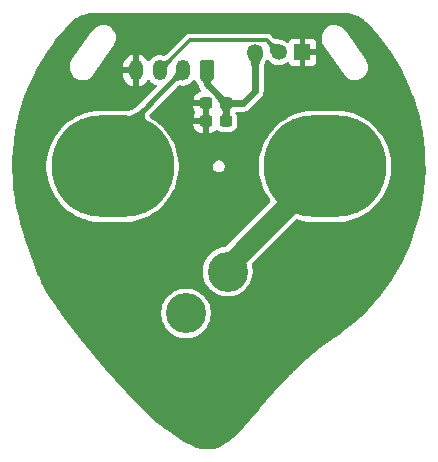
<source format=gbr>
%TF.GenerationSoftware,KiCad,Pcbnew,9.0.6*%
%TF.CreationDate,2025-11-20T15:49:29+01:00*%
%TF.ProjectId,N57__ldruckanzeige_Sensor,4e35375f-d66c-4647-9275-636b616e7a65,rev?*%
%TF.SameCoordinates,Original*%
%TF.FileFunction,Copper,L1,Top*%
%TF.FilePolarity,Positive*%
%FSLAX46Y46*%
G04 Gerber Fmt 4.6, Leading zero omitted, Abs format (unit mm)*
G04 Created by KiCad (PCBNEW 9.0.6) date 2025-11-20 15:49:29*
%MOMM*%
%LPD*%
G01*
G04 APERTURE LIST*
G04 Aperture macros list*
%AMRoundRect*
0 Rectangle with rounded corners*
0 $1 Rounding radius*
0 $2 $3 $4 $5 $6 $7 $8 $9 X,Y pos of 4 corners*
0 Add a 4 corners polygon primitive as box body*
4,1,4,$2,$3,$4,$5,$6,$7,$8,$9,$2,$3,0*
0 Add four circle primitives for the rounded corners*
1,1,$1+$1,$2,$3*
1,1,$1+$1,$4,$5*
1,1,$1+$1,$6,$7*
1,1,$1+$1,$8,$9*
0 Add four rect primitives between the rounded corners*
20,1,$1+$1,$2,$3,$4,$5,0*
20,1,$1+$1,$4,$5,$6,$7,0*
20,1,$1+$1,$6,$7,$8,$9,0*
20,1,$1+$1,$8,$9,$2,$3,0*%
G04 Aperture macros list end*
%TA.AperFunction,ComponentPad*%
%ADD10O,10.400000X8.600000*%
%TD*%
%TA.AperFunction,ComponentPad*%
%ADD11C,3.400000*%
%TD*%
%TA.AperFunction,SMDPad,CuDef*%
%ADD12RoundRect,0.237500X0.300000X0.237500X-0.300000X0.237500X-0.300000X-0.237500X0.300000X-0.237500X0*%
%TD*%
%TA.AperFunction,ComponentPad*%
%ADD13R,1.350000X1.350000*%
%TD*%
%TA.AperFunction,ComponentPad*%
%ADD14C,1.350000*%
%TD*%
%TA.AperFunction,ComponentPad*%
%ADD15RoundRect,0.250000X0.350000X0.625000X-0.350000X0.625000X-0.350000X-0.625000X0.350000X-0.625000X0*%
%TD*%
%TA.AperFunction,ComponentPad*%
%ADD16O,1.200000X1.750000*%
%TD*%
%TA.AperFunction,ViaPad*%
%ADD17C,0.800000*%
%TD*%
%TA.AperFunction,Conductor*%
%ADD18C,0.600000*%
%TD*%
%TA.AperFunction,Conductor*%
%ADD19C,0.400000*%
%TD*%
%TA.AperFunction,Conductor*%
%ADD20C,1.800000*%
%TD*%
%TA.AperFunction,Conductor*%
%ADD21C,0.300000*%
%TD*%
G04 APERTURE END LIST*
D10*
%TO.P,H1,1,1*%
%TO.N,PRES_SENSE*%
X91000000Y-100000000D03*
%TD*%
D11*
%TO.P,J3,1,Pin_1*%
%TO.N,unconnected-(J3-Pin_1-Pad1)*%
X97216233Y-112435767D03*
%TO.P,J3,2,Pin_2*%
%TO.N,Net-(J3-Pin_2)*%
X100751767Y-108900233D03*
%TD*%
D12*
%TO.P,C2,1*%
%TO.N,+3.3V*%
X100608500Y-96190000D03*
%TO.P,C2,2*%
%TO.N,GND*%
X98883500Y-96190000D03*
%TD*%
D13*
%TO.P,J2,1,Pin_1*%
%TO.N,GND*%
X107080000Y-90348000D03*
D14*
%TO.P,J2,2,Pin_2*%
%TO.N,TEMP_DQ*%
X105080000Y-90348000D03*
%TO.P,J2,3,Pin_3*%
%TO.N,+3.3V*%
X103080000Y-90348000D03*
%TD*%
D12*
%TO.P,C1,1*%
%TO.N,+3.3V*%
X100608500Y-94666000D03*
%TO.P,C1,2*%
%TO.N,GND*%
X98883500Y-94666000D03*
%TD*%
D10*
%TO.P,H2,1,1*%
%TO.N,Net-(J3-Pin_2)*%
X109000000Y-100000000D03*
%TD*%
D15*
%TO.P,J1,1,Pin_1*%
%TO.N,+3.3V*%
X98984000Y-91872000D03*
D16*
%TO.P,J1,2,Pin_2*%
%TO.N,PRES_SENSE*%
X96984000Y-91872000D03*
%TO.P,J1,3,Pin_3*%
%TO.N,TEMP_DQ*%
X94984000Y-91872000D03*
%TO.P,J1,4,Pin_4*%
%TO.N,GND*%
X92984000Y-91872000D03*
%TD*%
D17*
%TO.N,GND*%
X108255000Y-114298079D03*
X84485675Y-105646753D03*
X88824000Y-113716000D03*
X93523000Y-118923000D03*
X85649000Y-108509000D03*
X106096000Y-116256000D03*
X84485675Y-94353247D03*
X114298079Y-108255000D03*
X110612423Y-112647394D03*
X87352606Y-89387577D03*
X91110000Y-91110000D03*
X104000000Y-87808000D03*
X115514325Y-94353247D03*
X93000000Y-88000000D03*
X116259176Y-97133069D03*
X83740824Y-102866931D03*
X112647394Y-110612423D03*
X102808178Y-119304000D03*
X115514325Y-105646753D03*
X98984000Y-97968000D03*
X91237000Y-116383000D03*
X96444000Y-121717000D03*
X114298079Y-91745000D03*
X100381000Y-121971000D03*
X97000000Y-88000000D03*
X87046000Y-111049000D03*
X112647394Y-89387577D03*
X83740824Y-97133069D03*
X85701921Y-91745000D03*
X116259176Y-102866931D03*
X101000000Y-87808000D03*
X111000000Y-88000000D03*
X107000000Y-88000000D03*
X116510000Y-100000000D03*
X89000000Y-88000000D03*
X96952000Y-95428000D03*
X83490000Y-100000000D03*
%TD*%
D18*
%TO.N,+3.3V*%
X98984000Y-91872000D02*
X98984000Y-93041500D01*
X98984000Y-93041500D02*
X100608500Y-94666000D01*
X102032000Y-94666000D02*
X103080000Y-93618000D01*
X100608500Y-96190000D02*
X100608500Y-94666000D01*
X103080000Y-93618000D02*
X103080000Y-90348000D01*
X100608500Y-94666000D02*
X102032000Y-94666000D01*
D19*
%TO.N,PRES_SENSE*%
X93650000Y-100000000D02*
X91000000Y-100000000D01*
X96984000Y-91872000D02*
X91253000Y-97603000D01*
X91253000Y-97603000D02*
X93650000Y-100000000D01*
D20*
%TO.N,Net-(J3-Pin_2)*%
X109000000Y-100144000D02*
X100751767Y-108392233D01*
X109000000Y-100000000D02*
X109000000Y-100144000D01*
X109000000Y-100000000D02*
X109000000Y-102000000D01*
X100751767Y-108392233D02*
X100751767Y-108900233D01*
X109000000Y-102000000D02*
X110000000Y-103000000D01*
D21*
%TO.N,TEMP_DQ*%
X104054000Y-89322000D02*
X105080000Y-90348000D01*
X94984000Y-91872000D02*
X97534000Y-89322000D01*
X97534000Y-89322000D02*
X104054000Y-89322000D01*
%TD*%
%TA.AperFunction,Conductor*%
%TO.N,PRES_SENSE*%
G36*
X96399681Y-91629940D02*
G01*
X96775770Y-91785096D01*
X96977326Y-91868248D01*
X96983667Y-91874571D01*
X96984562Y-91879276D01*
X96969399Y-92716559D01*
X96965823Y-92724769D01*
X96957489Y-92728045D01*
X96952288Y-92726720D01*
X96915627Y-92707589D01*
X96859263Y-92689990D01*
X96859259Y-92689989D01*
X96859258Y-92689989D01*
X96847523Y-92688510D01*
X96788855Y-92681116D01*
X96788851Y-92681116D01*
X96788850Y-92681116D01*
X96748581Y-92682727D01*
X96716362Y-92684017D01*
X96716358Y-92684017D01*
X96625181Y-92701602D01*
X96625165Y-92701606D01*
X96534860Y-92731794D01*
X96534850Y-92731798D01*
X96534849Y-92731799D01*
X96511584Y-92742715D01*
X96426207Y-92782776D01*
X96326917Y-92842647D01*
X96326902Y-92842657D01*
X96238703Y-92907515D01*
X96178463Y-92961268D01*
X96170008Y-92964219D01*
X96162400Y-92960811D01*
X95895397Y-92693808D01*
X95891970Y-92685535D01*
X95895147Y-92677520D01*
X95948265Y-92621058D01*
X96115330Y-92405735D01*
X96248682Y-92180170D01*
X96336129Y-91970639D01*
X96379494Y-91785105D01*
X96383527Y-91640430D01*
X96387183Y-91632257D01*
X96395548Y-91629062D01*
X96399681Y-91629940D01*
G37*
%TD.AperFunction*%
%TD*%
%TA.AperFunction,Conductor*%
%TO.N,Net-(J3-Pin_2)*%
G36*
X108971212Y-100033740D02*
G01*
X108973070Y-100042500D01*
X108971519Y-100046514D01*
X106535060Y-103988438D01*
X106527796Y-103993674D01*
X106520358Y-103992979D01*
X106497435Y-103982793D01*
X106470423Y-103970791D01*
X106470415Y-103970788D01*
X106413006Y-103956998D01*
X106413002Y-103956997D01*
X106357379Y-103954787D01*
X106357378Y-103954787D01*
X106357376Y-103954787D01*
X106303502Y-103963206D01*
X106303493Y-103963209D01*
X106200782Y-104008108D01*
X106123132Y-104069317D01*
X106104418Y-104084069D01*
X106104415Y-104084071D01*
X106104414Y-104084073D01*
X106014011Y-104183430D01*
X105929125Y-104298578D01*
X105774353Y-104545532D01*
X105774354Y-104545533D01*
X105655592Y-104736536D01*
X105654851Y-104737593D01*
X105573144Y-104841438D01*
X105565335Y-104845821D01*
X105556714Y-104843398D01*
X105555676Y-104842476D01*
X104301829Y-103588629D01*
X104298402Y-103580356D01*
X104301829Y-103572083D01*
X104303166Y-103570934D01*
X104388433Y-103508164D01*
X104389520Y-103507454D01*
X104527414Y-103428235D01*
X104594282Y-103390812D01*
X104786271Y-103271674D01*
X104899448Y-103175129D01*
X104957480Y-103091470D01*
X104974636Y-103012896D01*
X104968660Y-102971978D01*
X104968659Y-102971976D01*
X104968659Y-102971973D01*
X104951706Y-102929953D01*
X104951704Y-102929950D01*
X104919611Y-102882888D01*
X104919610Y-102882886D01*
X104919609Y-102882885D01*
X104919607Y-102882882D01*
X104881857Y-102844415D01*
X104878509Y-102836110D01*
X104882013Y-102827869D01*
X104883577Y-102826580D01*
X108954946Y-100030717D01*
X108963704Y-100028860D01*
X108971212Y-100033740D01*
G37*
%TD.AperFunction*%
%TD*%
%TA.AperFunction,Conductor*%
%TO.N,TEMP_DQ*%
G36*
X104248891Y-89303904D02*
G01*
X104338798Y-89384481D01*
X104427789Y-89464239D01*
X104507338Y-89518958D01*
X104582564Y-89558776D01*
X104735122Y-89607293D01*
X104915601Y-89636959D01*
X104915611Y-89636965D01*
X104915612Y-89636961D01*
X105199779Y-89683999D01*
X105207381Y-89688731D01*
X105209411Y-89697453D01*
X105209346Y-89697810D01*
X105082226Y-90341016D01*
X105077260Y-90348468D01*
X105073016Y-90350226D01*
X104429810Y-90477346D01*
X104421030Y-90475588D01*
X104416064Y-90468136D01*
X104415999Y-90467779D01*
X104368961Y-90183612D01*
X104368943Y-90183498D01*
X104346801Y-90041074D01*
X104304279Y-89882822D01*
X104270100Y-89808723D01*
X104270096Y-89808716D01*
X104270095Y-89808714D01*
X104222664Y-89731988D01*
X104222663Y-89731987D01*
X104141248Y-89628565D01*
X104141238Y-89628554D01*
X104036279Y-89516906D01*
X104033111Y-89508533D01*
X104036531Y-89500622D01*
X104232810Y-89304343D01*
X104241082Y-89300917D01*
X104248891Y-89303904D01*
G37*
%TD.AperFunction*%
%TD*%
%TA.AperFunction,Conductor*%
%TO.N,+3.3V*%
G36*
X103730075Y-90477290D02*
G01*
X103737513Y-90482275D01*
X103739247Y-90491060D01*
X103739142Y-90491532D01*
X103697991Y-90660358D01*
X103697686Y-90661395D01*
X103648310Y-90804419D01*
X103647808Y-90805642D01*
X103543166Y-91024163D01*
X103542962Y-91024570D01*
X103522712Y-91062947D01*
X103445728Y-91232356D01*
X103398344Y-91419768D01*
X103384794Y-91540690D01*
X103384793Y-91540705D01*
X103380376Y-91673718D01*
X103376676Y-91681873D01*
X103368682Y-91685030D01*
X102791048Y-91685030D01*
X102782775Y-91681603D01*
X102779367Y-91674000D01*
X102778052Y-91651092D01*
X102766865Y-91456181D01*
X102759342Y-91419768D01*
X102731388Y-91284456D01*
X102731387Y-91284454D01*
X102731386Y-91284447D01*
X102679448Y-91147843D01*
X102679447Y-91147840D01*
X102616969Y-91024443D01*
X102616964Y-91024434D01*
X102616939Y-91024384D01*
X102574184Y-90942261D01*
X102573804Y-90941457D01*
X102487235Y-90738931D01*
X102486810Y-90737771D01*
X102463002Y-90660358D01*
X102450803Y-90620692D01*
X102450601Y-90619947D01*
X102420704Y-90491437D01*
X102422167Y-90482603D01*
X102429449Y-90477390D01*
X102429749Y-90477325D01*
X103077705Y-90347460D01*
X103082295Y-90347460D01*
X103730075Y-90477290D01*
G37*
%TD.AperFunction*%
%TD*%
%TA.AperFunction,Conductor*%
%TO.N,PRES_SENSE*%
G36*
X93577935Y-95010758D02*
G01*
X93845329Y-95278152D01*
X93848756Y-95286425D01*
X93846151Y-95293785D01*
X93810545Y-95337781D01*
X93810543Y-95337785D01*
X93775797Y-95398612D01*
X93747384Y-95469543D01*
X93726796Y-95548294D01*
X93726796Y-95548299D01*
X93713429Y-95712594D01*
X93713430Y-95712596D01*
X93713430Y-95712598D01*
X93715167Y-95724532D01*
X93736832Y-95873384D01*
X93736833Y-95873386D01*
X93795111Y-96021439D01*
X93887178Y-96152883D01*
X93887181Y-96152887D01*
X94014176Y-96265686D01*
X94091598Y-96314303D01*
X94091608Y-96314308D01*
X94091610Y-96314309D01*
X94165813Y-96350727D01*
X94171730Y-96357448D01*
X94171161Y-96366385D01*
X94169472Y-96368924D01*
X91034171Y-99960749D01*
X91026149Y-99964728D01*
X91017663Y-99961869D01*
X91013684Y-99953847D01*
X91014123Y-99949788D01*
X92244768Y-95724531D01*
X92250371Y-95717547D01*
X92257554Y-95716208D01*
X92280792Y-95719324D01*
X92359570Y-95719496D01*
X92360092Y-95719498D01*
X92360092Y-95719497D01*
X92360095Y-95719498D01*
X92445178Y-95707179D01*
X92557011Y-95676532D01*
X92673836Y-95631219D01*
X92824711Y-95557187D01*
X92975784Y-95468907D01*
X93153654Y-95349531D01*
X93317697Y-95225534D01*
X93561926Y-95010253D01*
X93570398Y-95007354D01*
X93577935Y-95010758D01*
G37*
%TD.AperFunction*%
%TD*%
%TA.AperFunction,Conductor*%
%TO.N,TEMP_DQ*%
G36*
X95840450Y-90818038D02*
G01*
X96037277Y-91014865D01*
X96040704Y-91023138D01*
X96037555Y-91031123D01*
X95998855Y-91072566D01*
X95998837Y-91072586D01*
X95922298Y-91167955D01*
X95922293Y-91167962D01*
X95845635Y-91280151D01*
X95845634Y-91280153D01*
X95716542Y-91517885D01*
X95716540Y-91517889D01*
X95716540Y-91517890D01*
X95630097Y-91746319D01*
X95605195Y-91864723D01*
X95587587Y-91948446D01*
X95584356Y-92103436D01*
X95580758Y-92111636D01*
X95572415Y-92114889D01*
X95568197Y-92114008D01*
X94990673Y-91875751D01*
X94984332Y-91869428D01*
X94983437Y-91864725D01*
X94998579Y-91028620D01*
X95002155Y-91020411D01*
X95010489Y-91017135D01*
X95016234Y-91018763D01*
X95021652Y-91021970D01*
X95082540Y-91048022D01*
X95147332Y-91063373D01*
X95227863Y-91069121D01*
X95310722Y-91062971D01*
X95411063Y-91042234D01*
X95509285Y-91009760D01*
X95509287Y-91009758D01*
X95509290Y-91009758D01*
X95525059Y-91002683D01*
X95612365Y-90963516D01*
X95704996Y-90910587D01*
X95824986Y-90817081D01*
X95833617Y-90814700D01*
X95840450Y-90818038D01*
G37*
%TD.AperFunction*%
%TD*%
%TA.AperFunction,Conductor*%
%TO.N,+3.3V*%
G36*
X101004645Y-94220920D02*
G01*
X101007394Y-94224375D01*
X101031748Y-94270899D01*
X101080792Y-94315842D01*
X101142886Y-94346396D01*
X101142888Y-94346396D01*
X101142889Y-94346397D01*
X101159146Y-94350637D01*
X101214399Y-94365049D01*
X101371156Y-94376598D01*
X101522010Y-94370387D01*
X101608783Y-94366541D01*
X101617199Y-94369599D01*
X101620989Y-94377712D01*
X101621000Y-94378230D01*
X101621000Y-94953769D01*
X101617573Y-94962042D01*
X101609300Y-94965469D01*
X101608782Y-94965458D01*
X101522011Y-94961613D01*
X101522011Y-94961612D01*
X101522007Y-94961612D01*
X101385568Y-94955532D01*
X101385554Y-94955532D01*
X101385551Y-94955532D01*
X101385548Y-94955532D01*
X101226103Y-94964964D01*
X101226099Y-94964964D01*
X101226098Y-94964965D01*
X101226091Y-94964966D01*
X101116034Y-94996572D01*
X101116031Y-94996573D01*
X101042972Y-95047967D01*
X101042971Y-95047968D01*
X101017609Y-95081922D01*
X101006907Y-95106003D01*
X101000415Y-95112171D01*
X100991463Y-95111943D01*
X100987334Y-95108868D01*
X100891021Y-94996572D01*
X100614031Y-94673615D01*
X100611247Y-94665106D01*
X100614031Y-94658384D01*
X100988147Y-94222183D01*
X100996134Y-94218135D01*
X101004645Y-94220920D01*
G37*
%TD.AperFunction*%
%TD*%
%TA.AperFunction,Conductor*%
%TO.N,+3.3V*%
G36*
X100904617Y-95243427D02*
G01*
X100908044Y-95251700D01*
X100908035Y-95252147D01*
X100905442Y-95319887D01*
X100905441Y-95319937D01*
X100901774Y-95442768D01*
X100901163Y-95463248D01*
X100914819Y-95605189D01*
X100914820Y-95605194D01*
X100949448Y-95701250D01*
X101003623Y-95762832D01*
X101039882Y-95782884D01*
X101062086Y-95789118D01*
X101069124Y-95794653D01*
X101070187Y-95803545D01*
X101066414Y-95809370D01*
X100615991Y-96184756D01*
X100607441Y-96187420D01*
X100601009Y-96184756D01*
X100149318Y-95808314D01*
X100145157Y-95800385D01*
X100147821Y-95791835D01*
X100152920Y-95788292D01*
X100199345Y-95771943D01*
X100247555Y-95730498D01*
X100280721Y-95674751D01*
X100301433Y-95608658D01*
X100315860Y-95461256D01*
X100311559Y-95319937D01*
X100308965Y-95252147D01*
X100312073Y-95243749D01*
X100320209Y-95240009D01*
X100320656Y-95240000D01*
X100896344Y-95240000D01*
X100904617Y-95243427D01*
G37*
%TD.AperFunction*%
%TD*%
%TA.AperFunction,Conductor*%
%TO.N,+3.3V*%
G36*
X100615990Y-94671242D02*
G01*
X101066413Y-95046628D01*
X101067681Y-95047684D01*
X101071842Y-95055613D01*
X101069178Y-95064163D01*
X101064076Y-95067708D01*
X101017653Y-95084056D01*
X100969447Y-95125499D01*
X100936279Y-95181246D01*
X100915567Y-95247342D01*
X100915565Y-95247352D01*
X100901140Y-95394736D01*
X100901140Y-95394741D01*
X100901140Y-95394743D01*
X100905441Y-95536063D01*
X100905443Y-95536109D01*
X100905442Y-95536109D01*
X100908035Y-95603853D01*
X100904927Y-95612251D01*
X100896791Y-95615991D01*
X100896344Y-95616000D01*
X100320656Y-95616000D01*
X100312383Y-95612573D01*
X100308956Y-95604300D01*
X100308965Y-95603853D01*
X100311557Y-95536109D01*
X100311559Y-95536063D01*
X100315837Y-95392749D01*
X100302180Y-95250806D01*
X100267552Y-95154749D01*
X100213377Y-95093168D01*
X100177118Y-95073115D01*
X100177117Y-95073114D01*
X100154913Y-95066880D01*
X100147874Y-95061345D01*
X100146812Y-95052453D01*
X100150583Y-95046630D01*
X100601009Y-94671242D01*
X100609559Y-94668579D01*
X100615990Y-94671242D01*
G37*
%TD.AperFunction*%
%TD*%
%TA.AperFunction,Conductor*%
%TO.N,+3.3V*%
G36*
X100062335Y-93696016D02*
G01*
X100062551Y-93696237D01*
X100137673Y-93775439D01*
X100249529Y-93893233D01*
X100411468Y-94039573D01*
X100411470Y-94039574D01*
X100411472Y-94039575D01*
X100411475Y-94039578D01*
X100554080Y-94132470D01*
X100683453Y-94180966D01*
X100789298Y-94189685D01*
X100797258Y-94193779D01*
X100799995Y-94202306D01*
X100799151Y-94205803D01*
X100611462Y-94661234D01*
X100605142Y-94667577D01*
X100603463Y-94668132D01*
X100086244Y-94796469D01*
X100077389Y-94795135D01*
X100072070Y-94787931D01*
X100071739Y-94784562D01*
X100075176Y-94711653D01*
X100075175Y-94711652D01*
X100075176Y-94711649D01*
X100056677Y-94625114D01*
X100019800Y-94541328D01*
X99968841Y-94460968D01*
X99841861Y-94313247D01*
X99841860Y-94313246D01*
X99841854Y-94313239D01*
X99710084Y-94187360D01*
X99710084Y-94187359D01*
X99651933Y-94132469D01*
X99638776Y-94120049D01*
X99635113Y-94111880D01*
X99638300Y-94103512D01*
X99638501Y-94103304D01*
X100045790Y-93696015D01*
X100054062Y-93692589D01*
X100062335Y-93696016D01*
G37*
%TD.AperFunction*%
%TD*%
%TA.AperFunction,Conductor*%
%TO.N,+3.3V*%
G36*
X98990751Y-91881830D02*
G01*
X98994061Y-91884648D01*
X99554603Y-92579815D01*
X99557128Y-92588406D01*
X99552839Y-92596267D01*
X99549403Y-92598187D01*
X99500172Y-92615632D01*
X99452889Y-92642919D01*
X99416820Y-92674971D01*
X99387537Y-92716733D01*
X99369848Y-92762135D01*
X99361149Y-92840307D01*
X99361149Y-92840314D01*
X99370598Y-92917858D01*
X99370599Y-92917861D01*
X99409929Y-93038565D01*
X99409234Y-93047493D01*
X99407078Y-93050463D01*
X99000559Y-93456982D01*
X98992286Y-93460409D01*
X98984013Y-93456982D01*
X98981386Y-93452959D01*
X98937487Y-93340265D01*
X98937478Y-93340241D01*
X98937478Y-93340240D01*
X98851506Y-93122424D01*
X98851500Y-93122408D01*
X98753383Y-92923420D01*
X98753381Y-92923417D01*
X98753381Y-92923416D01*
X98694130Y-92840307D01*
X98665114Y-92799606D01*
X98584485Y-92732193D01*
X98584484Y-92732192D01*
X98584483Y-92732192D01*
X98520273Y-92711240D01*
X98513472Y-92705416D01*
X98512780Y-92696487D01*
X98513738Y-92694325D01*
X98974792Y-91886193D01*
X98981867Y-91880706D01*
X98990751Y-91881830D01*
G37*
%TD.AperFunction*%
%TD*%
%TA.AperFunction,Conductor*%
%TO.N,GND*%
G36*
X110715648Y-87000700D02*
G01*
X110738073Y-87001975D01*
X110988501Y-87016221D01*
X111002478Y-87017817D01*
X111268344Y-87063579D01*
X111282040Y-87066747D01*
X111541003Y-87142358D01*
X111554250Y-87147057D01*
X111802902Y-87251516D01*
X111802971Y-87251545D01*
X111815621Y-87257727D01*
X112050873Y-87389731D01*
X112062732Y-87397301D01*
X112281480Y-87555113D01*
X112281512Y-87555136D01*
X112292446Y-87564011D01*
X112493735Y-87747289D01*
X112500809Y-87754268D01*
X113053523Y-88345141D01*
X113057379Y-88349462D01*
X113116812Y-88419265D01*
X113519364Y-88892054D01*
X113583479Y-88967355D01*
X113587125Y-88971846D01*
X114082395Y-89611813D01*
X114083826Y-89613661D01*
X114087233Y-89618282D01*
X114553457Y-90282639D01*
X114556653Y-90287429D01*
X114991303Y-90972764D01*
X114994290Y-90977726D01*
X115396476Y-91682627D01*
X115399227Y-91687723D01*
X115768043Y-92410601D01*
X115770554Y-92415820D01*
X116105216Y-93155135D01*
X116107481Y-93160465D01*
X116192089Y-93373311D01*
X116376933Y-93838319D01*
X116407269Y-93914633D01*
X116409281Y-93920061D01*
X116580065Y-94416000D01*
X116673521Y-94687384D01*
X116675278Y-94692902D01*
X116903397Y-95471721D01*
X116904895Y-95477316D01*
X117096402Y-96265942D01*
X117097637Y-96271600D01*
X117206364Y-96832364D01*
X117246517Y-97039456D01*
X117252114Y-97068320D01*
X117253083Y-97074030D01*
X117370184Y-97877068D01*
X117370886Y-97882817D01*
X117450368Y-98690478D01*
X117450800Y-98696253D01*
X117492479Y-99506705D01*
X117492642Y-99512495D01*
X117496433Y-100324063D01*
X117496324Y-100329853D01*
X117462218Y-101140655D01*
X117461840Y-101146435D01*
X117389908Y-101954800D01*
X117389260Y-101960555D01*
X117279663Y-102764669D01*
X117278747Y-102770387D01*
X117131724Y-103568499D01*
X117130542Y-103574169D01*
X116946414Y-104364539D01*
X116944969Y-104370148D01*
X116724127Y-105151092D01*
X116722421Y-105156626D01*
X116465367Y-105926369D01*
X116463405Y-105931818D01*
X116170680Y-106688742D01*
X116168465Y-106694094D01*
X115840721Y-107436514D01*
X115838259Y-107441756D01*
X115476208Y-108168056D01*
X115473504Y-108173178D01*
X115077926Y-108881796D01*
X115074986Y-108886785D01*
X114646758Y-109576149D01*
X114643588Y-109580996D01*
X114183638Y-110249614D01*
X114180245Y-110254308D01*
X113689566Y-110900733D01*
X113685957Y-110905263D01*
X113165648Y-111528046D01*
X113161832Y-111532403D01*
X112612992Y-112130234D01*
X112608977Y-112134407D01*
X112032836Y-112705944D01*
X112028630Y-112709926D01*
X111426424Y-113253943D01*
X111422037Y-113257724D01*
X110795082Y-113773030D01*
X110790523Y-113776602D01*
X110140188Y-114262073D01*
X110135467Y-114265428D01*
X109513036Y-114686289D01*
X109512749Y-114686483D01*
X109504331Y-114692140D01*
X109502009Y-114692964D01*
X109455238Y-114725135D01*
X109454659Y-114725525D01*
X109454609Y-114725540D01*
X109452528Y-114726925D01*
X109405356Y-114757239D01*
X109399151Y-114762488D01*
X109398761Y-114762027D01*
X109388174Y-114771266D01*
X108899550Y-115107376D01*
X108889731Y-115114130D01*
X108873420Y-115121238D01*
X108835627Y-115151346D01*
X108832039Y-115153815D01*
X108832038Y-115153816D01*
X108795815Y-115178734D01*
X108795814Y-115178735D01*
X108791994Y-115183211D01*
X108774948Y-115199690D01*
X108402469Y-115496448D01*
X108402467Y-115496449D01*
X108391676Y-115505045D01*
X108386365Y-115507508D01*
X108340274Y-115545996D01*
X108339118Y-115546918D01*
X108339109Y-115546926D01*
X108293191Y-115583511D01*
X108288898Y-115587963D01*
X108279121Y-115597064D01*
X108022813Y-115811103D01*
X108022814Y-115811104D01*
X108012996Y-115819302D01*
X108008498Y-115821497D01*
X107962516Y-115861460D01*
X107961556Y-115862262D01*
X107915692Y-115900563D01*
X107913020Y-115903465D01*
X107903152Y-115913053D01*
X107601507Y-116175217D01*
X107592235Y-116183274D01*
X107588184Y-116185342D01*
X107542631Y-116226385D01*
X107541735Y-116227164D01*
X107541698Y-116227198D01*
X107496200Y-116266743D01*
X107494385Y-116268794D01*
X107484537Y-116278729D01*
X107045803Y-116674039D01*
X107037391Y-116681620D01*
X107034168Y-116683323D01*
X106988474Y-116725696D01*
X106953891Y-116756856D01*
X106942187Y-116767402D01*
X106941903Y-116767736D01*
X106931914Y-116778144D01*
X106374975Y-117294611D01*
X106364636Y-117304199D01*
X106356869Y-117308659D01*
X106316415Y-117348915D01*
X106314805Y-117350409D01*
X106274570Y-117387719D01*
X106269384Y-117393976D01*
X106269046Y-117393696D01*
X106259808Y-117405247D01*
X106026509Y-117637412D01*
X106017190Y-117646684D01*
X106012640Y-117649426D01*
X105970583Y-117693064D01*
X105969643Y-117694000D01*
X105969644Y-117694000D01*
X105927545Y-117735895D01*
X105924653Y-117739645D01*
X105915754Y-117749956D01*
X105272216Y-118417709D01*
X105272217Y-118417710D01*
X105262421Y-118427873D01*
X105254957Y-118432735D01*
X105216795Y-118475216D01*
X105215281Y-118476788D01*
X105215279Y-118476791D01*
X105177154Y-118516352D01*
X105172332Y-118522883D01*
X105171974Y-118522618D01*
X105163415Y-118534642D01*
X104687524Y-119064428D01*
X104687523Y-119064429D01*
X104678142Y-119074871D01*
X104673154Y-119078292D01*
X104634232Y-119123753D01*
X104633192Y-119124911D01*
X104633180Y-119124926D01*
X104594126Y-119168404D01*
X104590330Y-119173941D01*
X104582260Y-119184456D01*
X104030455Y-119828983D01*
X104030456Y-119828984D01*
X104025843Y-119834371D01*
X104025828Y-119834383D01*
X103989515Y-119876804D01*
X103984660Y-119882477D01*
X103984613Y-119882532D01*
X103984606Y-119882540D01*
X103935266Y-119940170D01*
X103935201Y-119940257D01*
X103470641Y-120482980D01*
X103470642Y-120482981D01*
X103465344Y-120489170D01*
X103465223Y-120489254D01*
X103422993Y-120538647D01*
X103422850Y-120538815D01*
X103422804Y-120538869D01*
X103374842Y-120594901D01*
X103374441Y-120595436D01*
X103208395Y-120789652D01*
X103207733Y-120790420D01*
X102095558Y-122069946D01*
X102091435Y-122074459D01*
X101603803Y-122582564D01*
X101601068Y-122585326D01*
X101375211Y-122806362D01*
X101372375Y-122809052D01*
X101180840Y-122985028D01*
X101176893Y-122988502D01*
X100971889Y-123161413D01*
X100967137Y-123165226D01*
X100786917Y-123302667D01*
X100779585Y-123307850D01*
X100163119Y-123710956D01*
X100137005Y-123723935D01*
X99874003Y-123817973D01*
X99861628Y-123821683D01*
X99549641Y-123897753D01*
X99540021Y-123899698D01*
X99393979Y-123923265D01*
X99387485Y-123924138D01*
X99247474Y-123939197D01*
X99234566Y-123939908D01*
X98569142Y-123941795D01*
X98539099Y-123938188D01*
X98422807Y-123909508D01*
X98416304Y-123907715D01*
X98273906Y-123864258D01*
X98268042Y-123862307D01*
X98102056Y-123802460D01*
X98096741Y-123800405D01*
X97884536Y-123712680D01*
X97880157Y-123710770D01*
X97621428Y-123591944D01*
X97617901Y-123590257D01*
X97253885Y-123408970D01*
X97251190Y-123407586D01*
X96823401Y-123181329D01*
X96813284Y-123175348D01*
X96421552Y-122917960D01*
X96419405Y-122916517D01*
X95582878Y-122341550D01*
X95578983Y-122338761D01*
X95413717Y-122215505D01*
X95152070Y-122020367D01*
X95148707Y-122017768D01*
X94795755Y-121735013D01*
X94788225Y-121728466D01*
X93757999Y-120757278D01*
X93756764Y-120756098D01*
X93563839Y-120569142D01*
X92869869Y-119896642D01*
X92429971Y-119468451D01*
X92423238Y-119461358D01*
X92352487Y-119380683D01*
X92352466Y-119380659D01*
X92128299Y-119124911D01*
X91600160Y-118522367D01*
X91599628Y-118521755D01*
X91560751Y-118476788D01*
X90932363Y-117749956D01*
X90394646Y-117127999D01*
X90389377Y-117122554D01*
X88366231Y-114692673D01*
X88363745Y-114689589D01*
X88361323Y-114686483D01*
X86926723Y-112846435D01*
X86767804Y-112642602D01*
X86765974Y-112640195D01*
X86662136Y-112500095D01*
X86512423Y-112298099D01*
X95115733Y-112298099D01*
X95115733Y-112573434D01*
X95115734Y-112573451D01*
X95151671Y-112846422D01*
X95151672Y-112846427D01*
X95151673Y-112846433D01*
X95151674Y-112846435D01*
X95222937Y-113112397D01*
X95328308Y-113366784D01*
X95328313Y-113366795D01*
X95411094Y-113510174D01*
X95465984Y-113605246D01*
X95465986Y-113605249D01*
X95465987Y-113605250D01*
X95633603Y-113823693D01*
X95633609Y-113823700D01*
X95828299Y-114018390D01*
X95828305Y-114018395D01*
X96046754Y-114186016D01*
X96200011Y-114274499D01*
X96285204Y-114323686D01*
X96285209Y-114323688D01*
X96285212Y-114323690D01*
X96539601Y-114429062D01*
X96805567Y-114500327D01*
X97078559Y-114536267D01*
X97078566Y-114536267D01*
X97353900Y-114536267D01*
X97353907Y-114536267D01*
X97626899Y-114500327D01*
X97892865Y-114429062D01*
X98147254Y-114323690D01*
X98385712Y-114186016D01*
X98604161Y-114018395D01*
X98798861Y-113823695D01*
X98966482Y-113605246D01*
X99104156Y-113366788D01*
X99209528Y-113112399D01*
X99280793Y-112846433D01*
X99316733Y-112573441D01*
X99316733Y-112298093D01*
X99280793Y-112025101D01*
X99209528Y-111759135D01*
X99104156Y-111504746D01*
X99104154Y-111504743D01*
X99104152Y-111504738D01*
X99054965Y-111419545D01*
X98966482Y-111266288D01*
X98866372Y-111135821D01*
X98798862Y-111047840D01*
X98798856Y-111047833D01*
X98604166Y-110853143D01*
X98604159Y-110853137D01*
X98385716Y-110685521D01*
X98385715Y-110685520D01*
X98385712Y-110685518D01*
X98240397Y-110601620D01*
X98147261Y-110547847D01*
X98147250Y-110547842D01*
X97892863Y-110442471D01*
X97738040Y-110400987D01*
X97626899Y-110371207D01*
X97626893Y-110371206D01*
X97626888Y-110371205D01*
X97353917Y-110335268D01*
X97353912Y-110335267D01*
X97353907Y-110335267D01*
X97078559Y-110335267D01*
X97078553Y-110335267D01*
X97078548Y-110335268D01*
X96805577Y-110371205D01*
X96805570Y-110371206D01*
X96805567Y-110371207D01*
X96749358Y-110386267D01*
X96539602Y-110442471D01*
X96285215Y-110547842D01*
X96285204Y-110547847D01*
X96046749Y-110685521D01*
X95828306Y-110853137D01*
X95828299Y-110853143D01*
X95633609Y-111047833D01*
X95633603Y-111047840D01*
X95465987Y-111266283D01*
X95328313Y-111504738D01*
X95328308Y-111504749D01*
X95222937Y-111759136D01*
X95151674Y-112025098D01*
X95151671Y-112025111D01*
X95115734Y-112298082D01*
X95115733Y-112298099D01*
X86512423Y-112298099D01*
X86264115Y-111963075D01*
X86262367Y-111960655D01*
X86179623Y-111843138D01*
X86178092Y-111840913D01*
X85952181Y-111504738D01*
X85690697Y-111115627D01*
X85688292Y-111111905D01*
X85371573Y-110601610D01*
X85367016Y-110593617D01*
X85296951Y-110459384D01*
X85296859Y-110458973D01*
X85266565Y-110401169D01*
X85236167Y-110342931D01*
X85232944Y-110336756D01*
X85231967Y-110335152D01*
X85212523Y-110298052D01*
X85211489Y-110296035D01*
X85098097Y-110069712D01*
X84977944Y-109829896D01*
X84975688Y-109825142D01*
X84929108Y-109721360D01*
X84731703Y-109281536D01*
X84728941Y-109274867D01*
X84534119Y-108762565D01*
X98651267Y-108762565D01*
X98651267Y-109037900D01*
X98651268Y-109037917D01*
X98687205Y-109310888D01*
X98687206Y-109310893D01*
X98687207Y-109310899D01*
X98687208Y-109310901D01*
X98758471Y-109576863D01*
X98863842Y-109831250D01*
X98863847Y-109831261D01*
X98928325Y-109942938D01*
X99001518Y-110069712D01*
X99001520Y-110069715D01*
X99001521Y-110069716D01*
X99169137Y-110288159D01*
X99169143Y-110288166D01*
X99363833Y-110482856D01*
X99363839Y-110482861D01*
X99582288Y-110650482D01*
X99735545Y-110738965D01*
X99820738Y-110788152D01*
X99820743Y-110788154D01*
X99820746Y-110788156D01*
X100075135Y-110893528D01*
X100341101Y-110964793D01*
X100614093Y-111000733D01*
X100614100Y-111000733D01*
X100889434Y-111000733D01*
X100889441Y-111000733D01*
X101162433Y-110964793D01*
X101428399Y-110893528D01*
X101682788Y-110788156D01*
X101921246Y-110650482D01*
X102139695Y-110482861D01*
X102334395Y-110288161D01*
X102502016Y-110069712D01*
X102639690Y-109831254D01*
X102745062Y-109576865D01*
X102816327Y-109310899D01*
X102852267Y-109037907D01*
X102852267Y-108762559D01*
X102816327Y-108489567D01*
X102766659Y-108304204D01*
X102768322Y-108234355D01*
X102798751Y-108184432D01*
X105880695Y-105102489D01*
X105891825Y-105092182D01*
X105894858Y-105088326D01*
X106490602Y-104492581D01*
X106551923Y-104459098D01*
X106620687Y-104463741D01*
X106685186Y-104487217D01*
X106685192Y-104487218D01*
X106685196Y-104487220D01*
X106793160Y-104516148D01*
X107081656Y-104593451D01*
X107485877Y-104664726D01*
X107894770Y-104700499D01*
X107894771Y-104700500D01*
X107894772Y-104700500D01*
X110105229Y-104700500D01*
X110105229Y-104700499D01*
X110514123Y-104664726D01*
X110918344Y-104593451D01*
X111314814Y-104487217D01*
X111605055Y-104381578D01*
X111700512Y-104346835D01*
X111700522Y-104346831D01*
X111824517Y-104289010D01*
X112072517Y-104173366D01*
X112427983Y-103968138D01*
X112764209Y-103732710D01*
X113078637Y-103468874D01*
X113368874Y-103178637D01*
X113632710Y-102864209D01*
X113868138Y-102527983D01*
X114073366Y-102172517D01*
X114246833Y-101800517D01*
X114387217Y-101414814D01*
X114493451Y-101018344D01*
X114564726Y-100614123D01*
X114600500Y-100205228D01*
X114600500Y-99794772D01*
X114564726Y-99385877D01*
X114493451Y-98981656D01*
X114405396Y-98653031D01*
X114387219Y-98585192D01*
X114246835Y-98199487D01*
X114246831Y-98199477D01*
X114081706Y-97845368D01*
X114073366Y-97827483D01*
X113868138Y-97472017D01*
X113868130Y-97472006D01*
X113868126Y-97471999D01*
X113632709Y-97135789D01*
X113424821Y-96888038D01*
X113368874Y-96821363D01*
X113078637Y-96531126D01*
X112970037Y-96440000D01*
X112764210Y-96267290D01*
X112428000Y-96031873D01*
X112427989Y-96031866D01*
X112427983Y-96031862D01*
X112238145Y-95922259D01*
X112072523Y-95826637D01*
X112072507Y-95826629D01*
X111700522Y-95653168D01*
X111700512Y-95653164D01*
X111314807Y-95512780D01*
X110957832Y-95417129D01*
X110918344Y-95406549D01*
X110918338Y-95406547D01*
X110918334Y-95406547D01*
X110514128Y-95335274D01*
X110105229Y-95299500D01*
X110105228Y-95299500D01*
X107894772Y-95299500D01*
X107894771Y-95299500D01*
X107485872Y-95335274D01*
X107485870Y-95335274D01*
X107081665Y-95406547D01*
X107081648Y-95406551D01*
X106685192Y-95512780D01*
X106299487Y-95653164D01*
X106299477Y-95653168D01*
X105927492Y-95826629D01*
X105927476Y-95826637D01*
X105572025Y-96031857D01*
X105571999Y-96031873D01*
X105235789Y-96267290D01*
X104921360Y-96531128D01*
X104631128Y-96821360D01*
X104367290Y-97135789D01*
X104131873Y-97471999D01*
X104131857Y-97472025D01*
X103926637Y-97827476D01*
X103926629Y-97827492D01*
X103753168Y-98199477D01*
X103753164Y-98199487D01*
X103612780Y-98585192D01*
X103506551Y-98981648D01*
X103506547Y-98981665D01*
X103435274Y-99385870D01*
X103435274Y-99385872D01*
X103399500Y-99794770D01*
X103399500Y-100205229D01*
X103435274Y-100614127D01*
X103435274Y-100614129D01*
X103506547Y-101018334D01*
X103506551Y-101018351D01*
X103612780Y-101414807D01*
X103753164Y-101800512D01*
X103753168Y-101800522D01*
X103926629Y-102172507D01*
X103926634Y-102172517D01*
X104131862Y-102527983D01*
X104297591Y-102764669D01*
X104337804Y-102822098D01*
X104360131Y-102888305D01*
X104343121Y-102956072D01*
X104323910Y-102980903D01*
X104051340Y-103253472D01*
X104038873Y-103263397D01*
X104037536Y-103264546D01*
X103993490Y-103308725D01*
X103989375Y-103315437D01*
X100518317Y-106786496D01*
X100456994Y-106819981D01*
X100446822Y-106821754D01*
X100377785Y-106830843D01*
X100341101Y-106835673D01*
X100269837Y-106854768D01*
X100075136Y-106906937D01*
X99820749Y-107012308D01*
X99820738Y-107012313D01*
X99582283Y-107149987D01*
X99363840Y-107317603D01*
X99363833Y-107317609D01*
X99169143Y-107512299D01*
X99169137Y-107512306D01*
X99001521Y-107730749D01*
X98863847Y-107969204D01*
X98863842Y-107969215D01*
X98758471Y-108223602D01*
X98687208Y-108489564D01*
X98687205Y-108489577D01*
X98651268Y-108762548D01*
X98651267Y-108762565D01*
X84534119Y-108762565D01*
X84337007Y-108244241D01*
X84336207Y-108242076D01*
X84048277Y-107437907D01*
X84047647Y-107436102D01*
X84007301Y-107317609D01*
X83536121Y-105933780D01*
X83535841Y-105930284D01*
X83514912Y-105871489D01*
X83512359Y-105863989D01*
X83511984Y-105862870D01*
X83495962Y-105814309D01*
X83259408Y-105097323D01*
X83257731Y-105091813D01*
X83148535Y-104700500D01*
X83040318Y-104312693D01*
X83038898Y-104307105D01*
X82961114Y-103968142D01*
X82857971Y-103518671D01*
X82856827Y-103513086D01*
X82712794Y-102717105D01*
X82711909Y-102711470D01*
X82605073Y-101909622D01*
X82604446Y-101903897D01*
X82595543Y-101800512D01*
X82535048Y-101098000D01*
X82534688Y-101092242D01*
X82529153Y-100951634D01*
X82502871Y-100283977D01*
X82502779Y-100278271D01*
X82506267Y-99794770D01*
X85399500Y-99794770D01*
X85399500Y-100205229D01*
X85435274Y-100614127D01*
X85435274Y-100614129D01*
X85506547Y-101018334D01*
X85506551Y-101018351D01*
X85612780Y-101414807D01*
X85753164Y-101800512D01*
X85753168Y-101800522D01*
X85926629Y-102172507D01*
X85926634Y-102172517D01*
X86131862Y-102527983D01*
X86131866Y-102527989D01*
X86131873Y-102528000D01*
X86367290Y-102864210D01*
X86557991Y-103091478D01*
X86631126Y-103178637D01*
X86921363Y-103468874D01*
X86980751Y-103518706D01*
X87235789Y-103732709D01*
X87571999Y-103968126D01*
X87572006Y-103968130D01*
X87572017Y-103968138D01*
X87927483Y-104173366D01*
X87927492Y-104173370D01*
X88299477Y-104346831D01*
X88299487Y-104346835D01*
X88546460Y-104436725D01*
X88685186Y-104487217D01*
X88685187Y-104487217D01*
X88685192Y-104487219D01*
X88809745Y-104520592D01*
X89081656Y-104593451D01*
X89485877Y-104664726D01*
X89894770Y-104700499D01*
X89894771Y-104700500D01*
X89894772Y-104700500D01*
X92105229Y-104700500D01*
X92105229Y-104700499D01*
X92514123Y-104664726D01*
X92918344Y-104593451D01*
X93314814Y-104487217D01*
X93605055Y-104381578D01*
X93700512Y-104346835D01*
X93700522Y-104346831D01*
X93824517Y-104289010D01*
X94072517Y-104173366D01*
X94427983Y-103968138D01*
X94764209Y-103732710D01*
X95078637Y-103468874D01*
X95368874Y-103178637D01*
X95632710Y-102864209D01*
X95868138Y-102527983D01*
X96073366Y-102172517D01*
X96246833Y-101800517D01*
X96387217Y-101414814D01*
X96493451Y-101018344D01*
X96564726Y-100614123D01*
X96600500Y-100205228D01*
X96600500Y-99932791D01*
X99489500Y-99932791D01*
X99489500Y-100067209D01*
X99504980Y-100124980D01*
X99524290Y-100197047D01*
X99524291Y-100197048D01*
X99591495Y-100313450D01*
X99591497Y-100313453D01*
X99591498Y-100313454D01*
X99686546Y-100408502D01*
X99802954Y-100475710D01*
X99932791Y-100510500D01*
X99932794Y-100510500D01*
X100067206Y-100510500D01*
X100067209Y-100510500D01*
X100197046Y-100475710D01*
X100313454Y-100408502D01*
X100408502Y-100313454D01*
X100475710Y-100197046D01*
X100510500Y-100067209D01*
X100510500Y-99932791D01*
X100475710Y-99802954D01*
X100408502Y-99686546D01*
X100313454Y-99591498D01*
X100313453Y-99591497D01*
X100313450Y-99591495D01*
X100197048Y-99524291D01*
X100197047Y-99524290D01*
X100164586Y-99515592D01*
X100067209Y-99489500D01*
X99932791Y-99489500D01*
X99868582Y-99506705D01*
X99802952Y-99524290D01*
X99802951Y-99524291D01*
X99686549Y-99591495D01*
X99686544Y-99591499D01*
X99591499Y-99686544D01*
X99591495Y-99686549D01*
X99524291Y-99802951D01*
X99524290Y-99802952D01*
X99506895Y-99867872D01*
X99489500Y-99932791D01*
X96600500Y-99932791D01*
X96600500Y-99794772D01*
X96564726Y-99385877D01*
X96493451Y-98981656D01*
X96405396Y-98653031D01*
X96387219Y-98585192D01*
X96246835Y-98199487D01*
X96246831Y-98199477D01*
X96081706Y-97845368D01*
X96073366Y-97827483D01*
X95868138Y-97472017D01*
X95868130Y-97472006D01*
X95868126Y-97471999D01*
X95632709Y-97135789D01*
X95424821Y-96888038D01*
X95368874Y-96821363D01*
X95078637Y-96531126D01*
X95013720Y-96476654D01*
X97846001Y-96476654D01*
X97856319Y-96577652D01*
X97910546Y-96741300D01*
X97910551Y-96741311D01*
X98001052Y-96888034D01*
X98001055Y-96888038D01*
X98122961Y-97009944D01*
X98122965Y-97009947D01*
X98269688Y-97100448D01*
X98269699Y-97100453D01*
X98433347Y-97154680D01*
X98534351Y-97164999D01*
X98633500Y-97164998D01*
X98633500Y-96440000D01*
X97846001Y-96440000D01*
X97846001Y-96476654D01*
X95013720Y-96476654D01*
X94764209Y-96267290D01*
X94764208Y-96267289D01*
X94764203Y-96267285D01*
X94428000Y-96031873D01*
X94427989Y-96031866D01*
X94427983Y-96031862D01*
X94249064Y-95928563D01*
X94228718Y-95913886D01*
X94216851Y-95903345D01*
X97846000Y-95903345D01*
X97846000Y-95940000D01*
X98633500Y-95940000D01*
X98633500Y-94916000D01*
X97846001Y-94916000D01*
X97846001Y-94952654D01*
X97856319Y-95053652D01*
X97910546Y-95217300D01*
X97910551Y-95217311D01*
X98000354Y-95362903D01*
X98018795Y-95430295D01*
X98000354Y-95493097D01*
X97910551Y-95638688D01*
X97910546Y-95638699D01*
X97856319Y-95802347D01*
X97846000Y-95903345D01*
X94216851Y-95903345D01*
X94202898Y-95890952D01*
X94183685Y-95869386D01*
X94163252Y-95840214D01*
X94149435Y-95814496D01*
X94136601Y-95781892D01*
X94129278Y-95754342D01*
X94123343Y-95713570D01*
X94122459Y-95685665D01*
X94127204Y-95627340D01*
X94130818Y-95606077D01*
X94131289Y-95604273D01*
X94136163Y-95589479D01*
X94136731Y-95588062D01*
X94155443Y-95556190D01*
X94156632Y-95554722D01*
X94161358Y-95548882D01*
X94167895Y-95540587D01*
X94167896Y-95540583D01*
X94171159Y-95536444D01*
X94171327Y-95536576D01*
X94183086Y-95522147D01*
X96419330Y-93285903D01*
X96427875Y-93278121D01*
X96433634Y-93273347D01*
X96448441Y-93263827D01*
X96491701Y-93225224D01*
X96493442Y-93223782D01*
X96493886Y-93223590D01*
X96499089Y-93219371D01*
X96547642Y-93183667D01*
X96557036Y-93177400D01*
X96612021Y-93144245D01*
X96623351Y-93138191D01*
X96650561Y-93125423D01*
X96719611Y-93114768D01*
X96727407Y-93116061D01*
X96801768Y-93130852D01*
X96885456Y-93147500D01*
X96885459Y-93147500D01*
X97082543Y-93147500D01*
X97212582Y-93121632D01*
X97275835Y-93109051D01*
X97457914Y-93033632D01*
X97621782Y-92924139D01*
X97761139Y-92784782D01*
X97807736Y-92715043D01*
X97861347Y-92670240D01*
X97930672Y-92661532D01*
X97993700Y-92691686D01*
X98029914Y-92749338D01*
X98032255Y-92757396D01*
X98115917Y-92898862D01*
X98115923Y-92898870D01*
X98232129Y-93015076D01*
X98235493Y-93017685D01*
X98237456Y-93020403D01*
X98237651Y-93020598D01*
X98237619Y-93020629D01*
X98276404Y-93074324D01*
X98281593Y-93104562D01*
X98282903Y-93104434D01*
X98283499Y-93110496D01*
X98310418Y-93245822D01*
X98310421Y-93245832D01*
X98363222Y-93373307D01*
X98439887Y-93488045D01*
X98456298Y-93504456D01*
X98489783Y-93565779D01*
X98484799Y-93635471D01*
X98442927Y-93691404D01*
X98407622Y-93709843D01*
X98269697Y-93755547D01*
X98269688Y-93755551D01*
X98122965Y-93846052D01*
X98122961Y-93846055D01*
X98001055Y-93967961D01*
X98001052Y-93967965D01*
X97910551Y-94114688D01*
X97910546Y-94114699D01*
X97856319Y-94278347D01*
X97846000Y-94379345D01*
X97846000Y-94416000D01*
X98759500Y-94416000D01*
X98826539Y-94435685D01*
X98872294Y-94488489D01*
X98883500Y-94540000D01*
X98883500Y-94666000D01*
X99009500Y-94666000D01*
X99076539Y-94685685D01*
X99122294Y-94738489D01*
X99133500Y-94790000D01*
X99133500Y-97164999D01*
X99232640Y-97164999D01*
X99232654Y-97164998D01*
X99333652Y-97154680D01*
X99497300Y-97100453D01*
X99497311Y-97100448D01*
X99644033Y-97009948D01*
X99728674Y-96925307D01*
X99789997Y-96891822D01*
X99859689Y-96896806D01*
X99904037Y-96925307D01*
X99914351Y-96935621D01*
X99914355Y-96935624D01*
X99914357Y-96935626D01*
X99914360Y-96935627D01*
X99914363Y-96935630D01*
X100006856Y-96990329D01*
X100053106Y-97017681D01*
X100093928Y-97029541D01*
X100207897Y-97062653D01*
X100207900Y-97062653D01*
X100207902Y-97062654D01*
X100244065Y-97065500D01*
X100972934Y-97065499D01*
X101009098Y-97062654D01*
X101163894Y-97017681D01*
X101302643Y-96935626D01*
X101416626Y-96821643D01*
X101498681Y-96682894D01*
X101543654Y-96528098D01*
X101546500Y-96491935D01*
X101546499Y-95888066D01*
X101543654Y-95851902D01*
X101498681Y-95697106D01*
X101416626Y-95558357D01*
X101416625Y-95558356D01*
X101414476Y-95554722D01*
X101412142Y-95545526D01*
X101406252Y-95538089D01*
X101403689Y-95512209D01*
X101397293Y-95486998D01*
X101400302Y-95477998D01*
X101399368Y-95468559D01*
X101411203Y-95445403D01*
X101419453Y-95420735D01*
X101426849Y-95414791D01*
X101431167Y-95406345D01*
X101453643Y-95393263D01*
X101473919Y-95376972D01*
X101484960Y-95375036D01*
X101491553Y-95371199D01*
X101526578Y-95367739D01*
X101526676Y-95367722D01*
X101526728Y-95367724D01*
X101526731Y-95367724D01*
X101527684Y-95367766D01*
X101553991Y-95368927D01*
X101556857Y-95369054D01*
X101556863Y-95369056D01*
X101556874Y-95369055D01*
X101590831Y-95370560D01*
X101600173Y-95370867D01*
X101600691Y-95370878D01*
X101640261Y-95369742D01*
X101641125Y-95369718D01*
X101647491Y-95368872D01*
X101647517Y-95369067D01*
X101669205Y-95366500D01*
X102100996Y-95366500D01*
X102192040Y-95348389D01*
X102236328Y-95339580D01*
X102333090Y-95299500D01*
X102363807Y-95286777D01*
X102363808Y-95286776D01*
X102363811Y-95286775D01*
X102478543Y-95210114D01*
X103624114Y-94064543D01*
X103700775Y-93949811D01*
X103702431Y-93945815D01*
X103753578Y-93822332D01*
X103753580Y-93822328D01*
X103773418Y-93722598D01*
X103780500Y-93686996D01*
X103780500Y-91725762D01*
X103780723Y-91718329D01*
X103781207Y-91710253D01*
X103785653Y-91687176D01*
X103789436Y-91573230D01*
X103789535Y-91571588D01*
X103789642Y-91571289D01*
X103790081Y-91565234D01*
X103797305Y-91500763D01*
X103800316Y-91484183D01*
X103814626Y-91427588D01*
X103827217Y-91377785D01*
X103834541Y-91356889D01*
X103885424Y-91244918D01*
X103888636Y-91238370D01*
X103893296Y-91229539D01*
X103901597Y-91213808D01*
X103905474Y-91206271D01*
X103905678Y-91205864D01*
X103908895Y-91199298D01*
X104001862Y-91005155D01*
X104048569Y-90953196D01*
X104115955Y-90934735D01*
X104182625Y-90955636D01*
X104214017Y-90985828D01*
X104259652Y-91048639D01*
X104379360Y-91168347D01*
X104379365Y-91168351D01*
X104498817Y-91255137D01*
X104516315Y-91267850D01*
X104589550Y-91305165D01*
X104667146Y-91344703D01*
X104667148Y-91344703D01*
X104667151Y-91344705D01*
X104753450Y-91372745D01*
X104828152Y-91397018D01*
X104995351Y-91423500D01*
X104995356Y-91423500D01*
X105164649Y-91423500D01*
X105331847Y-91397018D01*
X105492849Y-91344705D01*
X105643685Y-91267850D01*
X105762631Y-91181430D01*
X105828437Y-91157951D01*
X105896491Y-91173776D01*
X105945186Y-91223882D01*
X105951698Y-91238415D01*
X105961646Y-91265088D01*
X105961649Y-91265093D01*
X106047809Y-91380187D01*
X106047812Y-91380190D01*
X106162906Y-91466350D01*
X106162913Y-91466354D01*
X106297620Y-91516596D01*
X106297627Y-91516598D01*
X106357155Y-91522999D01*
X106357172Y-91523000D01*
X106830000Y-91523000D01*
X106830000Y-90663686D01*
X106834394Y-90668080D01*
X106925606Y-90720741D01*
X107027339Y-90748000D01*
X107132661Y-90748000D01*
X107234394Y-90720741D01*
X107325606Y-90668080D01*
X107330000Y-90663686D01*
X107330000Y-91523000D01*
X107802828Y-91523000D01*
X107802844Y-91522999D01*
X107862372Y-91516598D01*
X107862379Y-91516596D01*
X107997086Y-91466354D01*
X107997093Y-91466350D01*
X108112187Y-91380190D01*
X108112190Y-91380187D01*
X108198350Y-91265093D01*
X108198354Y-91265086D01*
X108248596Y-91130379D01*
X108248598Y-91130372D01*
X108254999Y-91070844D01*
X108255000Y-91070827D01*
X108255000Y-90598000D01*
X107395686Y-90598000D01*
X107400080Y-90593606D01*
X107452741Y-90502394D01*
X107480000Y-90400661D01*
X107480000Y-90295339D01*
X107452741Y-90193606D01*
X107400080Y-90102394D01*
X107395686Y-90098000D01*
X108255000Y-90098000D01*
X108255000Y-89625172D01*
X108254999Y-89625155D01*
X108248598Y-89565627D01*
X108248596Y-89565620D01*
X108198354Y-89430913D01*
X108198350Y-89430906D01*
X108112190Y-89315812D01*
X108112187Y-89315809D01*
X107997093Y-89229649D01*
X107997086Y-89229645D01*
X107949151Y-89211767D01*
X107862379Y-89179403D01*
X107862372Y-89179401D01*
X107802844Y-89173000D01*
X107330000Y-89173000D01*
X107330000Y-90032314D01*
X107325606Y-90027920D01*
X107234394Y-89975259D01*
X107132661Y-89948000D01*
X107027339Y-89948000D01*
X106925606Y-89975259D01*
X106834394Y-90027920D01*
X106830000Y-90032314D01*
X106830000Y-89173000D01*
X106357155Y-89173000D01*
X106297627Y-89179401D01*
X106297620Y-89179403D01*
X106162913Y-89229645D01*
X106162906Y-89229649D01*
X106047812Y-89315809D01*
X106047809Y-89315812D01*
X105961649Y-89430906D01*
X105961644Y-89430915D01*
X105951697Y-89457585D01*
X105909825Y-89513518D01*
X105844361Y-89537934D01*
X105776088Y-89523082D01*
X105762631Y-89514568D01*
X105643688Y-89428152D01*
X105643687Y-89428151D01*
X105643685Y-89428150D01*
X105492849Y-89351295D01*
X105331847Y-89298982D01*
X105331845Y-89298981D01*
X105331843Y-89298981D01*
X105302527Y-89294338D01*
X105282792Y-89289528D01*
X105266000Y-89283943D01*
X105265998Y-89283942D01*
X105265993Y-89283941D01*
X104986079Y-89237607D01*
X104986066Y-89237605D01*
X104980690Y-89236714D01*
X104980629Y-89236705D01*
X104978471Y-89236348D01*
X104978394Y-89236338D01*
X104838829Y-89213397D01*
X104821363Y-89209207D01*
X104750719Y-89186741D01*
X104730285Y-89178164D01*
X104724140Y-89174911D01*
X104711882Y-89167485D01*
X104685604Y-89149410D01*
X104673117Y-89139586D01*
X104622601Y-89094311D01*
X108694689Y-89094311D01*
X108694689Y-89094325D01*
X108706183Y-89297933D01*
X108754893Y-89495968D01*
X108754896Y-89495979D01*
X108839159Y-89681682D01*
X108839161Y-89681687D01*
X108839162Y-89681688D01*
X108859868Y-89711266D01*
X108859879Y-89711296D01*
X108895206Y-89761749D01*
X108897283Y-89764715D01*
X108897640Y-89765225D01*
X108897648Y-89765236D01*
X108940265Y-89826115D01*
X108940344Y-89826212D01*
X110580606Y-92168747D01*
X110581589Y-92170151D01*
X110609502Y-92210015D01*
X110656199Y-92276704D01*
X110656304Y-92276792D01*
X110661022Y-92283526D01*
X110661023Y-92283531D01*
X110661042Y-92283554D01*
X110676920Y-92306230D01*
X110676926Y-92306238D01*
X110822607Y-92448961D01*
X110822608Y-92448961D01*
X110822610Y-92448963D01*
X110992041Y-92562490D01*
X110992042Y-92562490D01*
X110992043Y-92562491D01*
X111029242Y-92578461D01*
X111179449Y-92642951D01*
X111378450Y-92687606D01*
X111582267Y-92694934D01*
X111783962Y-92664686D01*
X111976663Y-92597891D01*
X112153810Y-92496825D01*
X112309370Y-92364929D01*
X112438046Y-92206695D01*
X112535454Y-92027511D01*
X112598280Y-91833478D01*
X112624382Y-91631206D01*
X112624381Y-91631196D01*
X112616795Y-91497000D01*
X112612871Y-91427581D01*
X112564141Y-91229539D01*
X112561573Y-91223882D01*
X112479853Y-91043827D01*
X112479852Y-91043826D01*
X112479851Y-91043823D01*
X112461771Y-91018001D01*
X112461766Y-91017993D01*
X110743189Y-88563612D01*
X110743172Y-88563588D01*
X110738401Y-88556771D01*
X110738395Y-88556753D01*
X110730769Y-88545865D01*
X110730742Y-88545786D01*
X110642120Y-88419248D01*
X110642119Y-88419247D01*
X110496427Y-88276545D01*
X110496423Y-88276541D01*
X110326988Y-88163035D01*
X110326985Y-88163033D01*
X110326984Y-88163033D01*
X110326983Y-88163032D01*
X110139589Y-88082595D01*
X110139581Y-88082592D01*
X109940591Y-88037954D01*
X109736786Y-88030636D01*
X109736781Y-88030637D01*
X109736780Y-88030637D01*
X109535097Y-88060892D01*
X109535094Y-88060892D01*
X109535093Y-88060893D01*
X109535088Y-88060894D01*
X109342416Y-88127683D01*
X109342408Y-88127687D01*
X109165271Y-88228748D01*
X109108877Y-88276563D01*
X109009715Y-88360640D01*
X109009713Y-88360641D01*
X109009711Y-88360644D01*
X108881043Y-88518863D01*
X108881042Y-88518865D01*
X108783636Y-88698032D01*
X108783631Y-88698042D01*
X108720802Y-88892054D01*
X108694689Y-89094311D01*
X104622601Y-89094311D01*
X104609437Y-89082513D01*
X104609437Y-89082512D01*
X104519539Y-89001943D01*
X104503708Y-88988471D01*
X104499075Y-88985207D01*
X104499475Y-88984638D01*
X104481002Y-88970477D01*
X104392016Y-88881491D01*
X104392015Y-88881490D01*
X104266485Y-88809016D01*
X104266486Y-88809016D01*
X104231482Y-88799637D01*
X104126475Y-88771500D01*
X97461525Y-88771500D01*
X97377519Y-88794009D01*
X97321513Y-88809016D01*
X97321512Y-88809017D01*
X97195989Y-88881487D01*
X97195984Y-88881491D01*
X95597887Y-90479587D01*
X95585930Y-90490099D01*
X95579077Y-90495383D01*
X95575733Y-90497232D01*
X95485464Y-90567575D01*
X95485130Y-90567834D01*
X95484946Y-90567905D01*
X95470925Y-90577304D01*
X95453820Y-90587077D01*
X95433592Y-90598636D01*
X95422830Y-90604108D01*
X95368066Y-90628676D01*
X95356245Y-90633268D01*
X95352441Y-90634526D01*
X95282611Y-90636886D01*
X95277511Y-90635457D01*
X95275836Y-90634948D01*
X95082543Y-90596500D01*
X95082541Y-90596500D01*
X94885459Y-90596500D01*
X94885457Y-90596500D01*
X94692170Y-90634947D01*
X94692160Y-90634950D01*
X94510092Y-90710364D01*
X94510079Y-90710371D01*
X94346218Y-90819860D01*
X94346214Y-90819863D01*
X94206863Y-90959214D01*
X94206860Y-90959218D01*
X94146664Y-91049308D01*
X94093052Y-91094113D01*
X94023727Y-91102820D01*
X93960699Y-91072665D01*
X93933077Y-91036712D01*
X93924804Y-91020475D01*
X93823032Y-90880397D01*
X93700602Y-90757967D01*
X93560524Y-90656195D01*
X93406257Y-90577591D01*
X93241589Y-90524087D01*
X93241581Y-90524085D01*
X93234000Y-90522884D01*
X93234000Y-91591670D01*
X93214255Y-91571925D01*
X93128745Y-91522556D01*
X93033370Y-91497000D01*
X92934630Y-91497000D01*
X92839255Y-91522556D01*
X92753745Y-91571925D01*
X92734000Y-91591670D01*
X92734000Y-90522884D01*
X92733999Y-90522884D01*
X92726418Y-90524085D01*
X92726410Y-90524087D01*
X92561742Y-90577591D01*
X92407475Y-90656195D01*
X92267397Y-90757967D01*
X92144967Y-90880397D01*
X92043195Y-91020475D01*
X91964591Y-91174742D01*
X91911085Y-91339415D01*
X91884000Y-91510428D01*
X91884000Y-91622000D01*
X92703670Y-91622000D01*
X92683925Y-91641745D01*
X92634556Y-91727255D01*
X92609000Y-91822630D01*
X92609000Y-91921370D01*
X92634556Y-92016745D01*
X92683925Y-92102255D01*
X92703670Y-92122000D01*
X91884000Y-92122000D01*
X91884000Y-92233571D01*
X91911085Y-92404584D01*
X91964591Y-92569257D01*
X92043195Y-92723524D01*
X92144967Y-92863602D01*
X92267397Y-92986032D01*
X92407475Y-93087804D01*
X92561744Y-93166408D01*
X92726415Y-93219914D01*
X92726414Y-93219914D01*
X92733999Y-93221115D01*
X92734000Y-93221114D01*
X92734000Y-92152330D01*
X92753745Y-92172075D01*
X92839255Y-92221444D01*
X92934630Y-92247000D01*
X93033370Y-92247000D01*
X93128745Y-92221444D01*
X93214255Y-92172075D01*
X93234000Y-92152330D01*
X93234000Y-93221115D01*
X93241584Y-93219914D01*
X93406255Y-93166408D01*
X93560524Y-93087804D01*
X93700602Y-92986032D01*
X93823032Y-92863602D01*
X93924803Y-92723524D01*
X93933076Y-92707289D01*
X93981049Y-92656492D01*
X94048870Y-92639696D01*
X94115005Y-92662232D01*
X94146664Y-92694691D01*
X94206860Y-92784782D01*
X94346214Y-92924136D01*
X94346218Y-92924139D01*
X94510079Y-93033628D01*
X94510091Y-93033635D01*
X94608326Y-93074324D01*
X94666056Y-93098236D01*
X94720460Y-93142076D01*
X94742525Y-93208370D01*
X94725246Y-93276070D01*
X94706285Y-93300478D01*
X93322390Y-94684373D01*
X93301151Y-94701389D01*
X93293789Y-94706060D01*
X93293780Y-94706067D01*
X93064508Y-94908162D01*
X93057287Y-94914060D01*
X92920986Y-95017089D01*
X92915314Y-95021131D01*
X92763508Y-95123014D01*
X92756969Y-95127114D01*
X92636751Y-95197364D01*
X92628811Y-95201624D01*
X92515693Y-95257128D01*
X92505914Y-95261415D01*
X92480666Y-95271207D01*
X92435697Y-95288650D01*
X92423636Y-95292630D01*
X92369616Y-95307433D01*
X92354619Y-95310562D01*
X92348609Y-95311432D01*
X92340315Y-95312633D01*
X92322277Y-95313913D01*
X92273918Y-95313808D01*
X92263380Y-95313336D01*
X92105232Y-95299500D01*
X92105228Y-95299500D01*
X89894772Y-95299500D01*
X89894771Y-95299500D01*
X89485872Y-95335274D01*
X89485870Y-95335274D01*
X89081665Y-95406547D01*
X89081648Y-95406551D01*
X88685192Y-95512780D01*
X88299487Y-95653164D01*
X88299477Y-95653168D01*
X87927492Y-95826629D01*
X87927476Y-95826637D01*
X87572025Y-96031857D01*
X87571999Y-96031873D01*
X87235789Y-96267290D01*
X86921360Y-96531128D01*
X86631128Y-96821360D01*
X86367290Y-97135789D01*
X86131873Y-97471999D01*
X86131857Y-97472025D01*
X85926637Y-97827476D01*
X85926629Y-97827492D01*
X85753168Y-98199477D01*
X85753164Y-98199487D01*
X85612780Y-98585192D01*
X85506551Y-98981648D01*
X85506547Y-98981665D01*
X85435274Y-99385870D01*
X85435274Y-99385872D01*
X85399500Y-99794770D01*
X82506267Y-99794770D01*
X82508614Y-99469376D01*
X82508790Y-99463614D01*
X82512974Y-99385872D01*
X82552263Y-98655875D01*
X82552704Y-98650170D01*
X82633723Y-97845343D01*
X82634427Y-97839665D01*
X82752817Y-97039452D01*
X82753795Y-97033767D01*
X82756946Y-97017681D01*
X82909291Y-96239973D01*
X82910519Y-96234391D01*
X83102801Y-95448647D01*
X83104290Y-95443122D01*
X83332924Y-94667204D01*
X83334682Y-94661714D01*
X83599179Y-93897276D01*
X83601172Y-93891924D01*
X83900980Y-93140570D01*
X83903206Y-93135350D01*
X84237650Y-92398782D01*
X84240127Y-92393648D01*
X84608488Y-91673445D01*
X84611214Y-91668408D01*
X84632487Y-91631196D01*
X87375579Y-91631196D01*
X87375580Y-91631205D01*
X87401680Y-91833476D01*
X87401681Y-91833481D01*
X87464508Y-92027521D01*
X87464509Y-92027522D01*
X87561921Y-92206713D01*
X87690580Y-92364929D01*
X87690601Y-92364954D01*
X87690607Y-92364960D01*
X87846125Y-92496820D01*
X87846165Y-92496854D01*
X88023319Y-92597925D01*
X88023325Y-92597927D01*
X88023327Y-92597928D01*
X88206824Y-92661532D01*
X88216027Y-92664722D01*
X88417729Y-92694972D01*
X88621554Y-92687644D01*
X88820562Y-92642987D01*
X89007976Y-92562523D01*
X89177414Y-92448992D01*
X89323105Y-92306260D01*
X89337166Y-92286177D01*
X89337171Y-92286172D01*
X89362102Y-92250568D01*
X91064547Y-89819224D01*
X91064568Y-89819207D01*
X91099104Y-89769872D01*
X91140119Y-89711297D01*
X91140120Y-89711294D01*
X91144645Y-89704832D01*
X91144889Y-89704429D01*
X91160815Y-89681681D01*
X91245082Y-89495968D01*
X91293792Y-89297935D01*
X91305287Y-89094323D01*
X91279175Y-88892065D01*
X91216346Y-88698049D01*
X91118938Y-88518879D01*
X90990268Y-88360657D01*
X90990265Y-88360654D01*
X90990264Y-88360653D01*
X90834717Y-88228770D01*
X90834714Y-88228768D01*
X90657589Y-88127711D01*
X90657583Y-88127708D01*
X90464892Y-88060913D01*
X90284826Y-88033902D01*
X90263217Y-88030661D01*
X90263216Y-88030661D01*
X90263210Y-88030660D01*
X90059408Y-88037978D01*
X89860422Y-88082616D01*
X89860418Y-88082618D01*
X89673021Y-88163057D01*
X89503589Y-88276561D01*
X89503587Y-88276563D01*
X89417746Y-88360644D01*
X89357898Y-88419265D01*
X89341604Y-88442529D01*
X89341603Y-88442528D01*
X89337182Y-88448839D01*
X89337165Y-88448855D01*
X89302904Y-88497783D01*
X89299409Y-88502775D01*
X89299402Y-88502786D01*
X89257082Y-88563209D01*
X89257013Y-88563322D01*
X87608122Y-90918183D01*
X87608023Y-90918261D01*
X87520116Y-91043801D01*
X87435825Y-91229519D01*
X87435821Y-91229532D01*
X87387092Y-91427565D01*
X87387091Y-91427576D01*
X87375579Y-91631196D01*
X84632487Y-91631196D01*
X85012667Y-90966175D01*
X85015643Y-90961240D01*
X85016673Y-90959619D01*
X85449360Y-90278424D01*
X85452537Y-90273671D01*
X85917563Y-89611778D01*
X85920966Y-89607168D01*
X86146626Y-89315812D01*
X86331569Y-89077026D01*
X86416272Y-88967663D01*
X86419892Y-88963205D01*
X86944451Y-88347412D01*
X86948263Y-88343143D01*
X87499486Y-87753954D01*
X87506511Y-87747023D01*
X87707553Y-87563971D01*
X87718459Y-87555119D01*
X87937250Y-87397276D01*
X87949109Y-87389706D01*
X88184378Y-87257692D01*
X88197004Y-87251522D01*
X88445740Y-87147029D01*
X88458979Y-87142332D01*
X88717955Y-87066717D01*
X88731643Y-87063551D01*
X88997518Y-87017787D01*
X89011489Y-87016193D01*
X89283822Y-87000699D01*
X89290865Y-87000500D01*
X110708606Y-87000500D01*
X110715648Y-87000700D01*
G37*
%TD.AperFunction*%
%TD*%
M02*

</source>
